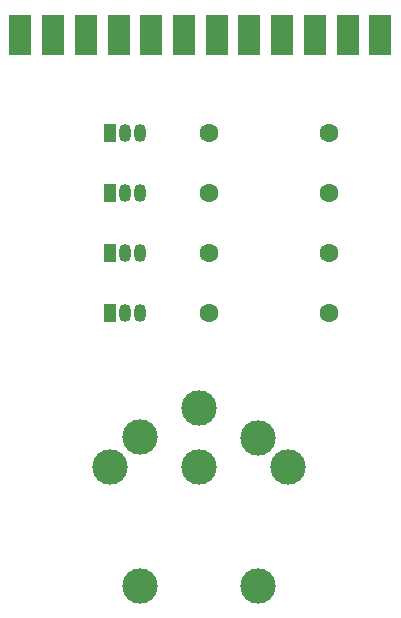
<source format=gbs>
%TF.GenerationSoftware,KiCad,Pcbnew,9.0.5-1.fc42*%
%TF.CreationDate,2025-11-09T17:22:24+08:00*%
%TF.ProjectId,b5s4-XA1541-active,62357334-2d58-4413-9135-34312d616374,1.1*%
%TF.SameCoordinates,Original*%
%TF.FileFunction,Soldermask,Bot*%
%TF.FilePolarity,Negative*%
%FSLAX46Y46*%
G04 Gerber Fmt 4.6, Leading zero omitted, Abs format (unit mm)*
G04 Created by KiCad (PCBNEW 9.0.5-1.fc42) date 2025-11-09 17:22:24*
%MOMM*%
%LPD*%
G01*
G04 APERTURE LIST*
%ADD10C,1.600000*%
%ADD11C,3.000000*%
%ADD12R,1.050000X1.500000*%
%ADD13O,1.050000X1.500000*%
%ADD14R,1.846667X3.480000*%
G04 APERTURE END LIST*
D10*
%TO.C,R1*%
X120137600Y-86360000D03*
X130297600Y-86360000D03*
%TD*%
D11*
%TO.C,CN2*%
X126764200Y-114669100D03*
X124264200Y-124669100D03*
X124264200Y-112169100D03*
X114264200Y-124669100D03*
X119264200Y-114669100D03*
X114264200Y-112129100D03*
X111764200Y-114669100D03*
X119264200Y-109669100D03*
%TD*%
D10*
%TO.C,R4*%
X120137600Y-101600000D03*
X130297600Y-101600000D03*
%TD*%
D12*
%TO.C,Q2*%
X111760000Y-91440000D03*
D13*
X113030000Y-91440000D03*
X114300000Y-91440000D03*
%TD*%
D12*
%TO.C,Q1*%
X111760000Y-86360000D03*
D13*
X113030000Y-86360000D03*
X114300000Y-86360000D03*
%TD*%
D14*
%TO.C,CN1*%
X134615000Y-78077500D03*
X131845000Y-78077500D03*
X129075000Y-78077500D03*
X126305000Y-78077500D03*
X123535000Y-78077500D03*
X120765000Y-78077500D03*
X117995000Y-78077500D03*
X115225000Y-78077500D03*
X112455000Y-78077500D03*
X109685000Y-78077500D03*
X106915000Y-78077500D03*
X104145000Y-78077500D03*
%TD*%
D10*
%TO.C,R3*%
X120137600Y-96520000D03*
X130297600Y-96520000D03*
%TD*%
D12*
%TO.C,Q4*%
X111760000Y-101600000D03*
D13*
X113030000Y-101600000D03*
X114300000Y-101600000D03*
%TD*%
D12*
%TO.C,Q3*%
X111760000Y-96520000D03*
D13*
X113030000Y-96520000D03*
X114300000Y-96520000D03*
%TD*%
D10*
%TO.C,R2*%
X120137600Y-91440000D03*
X130297600Y-91440000D03*
%TD*%
M02*

</source>
